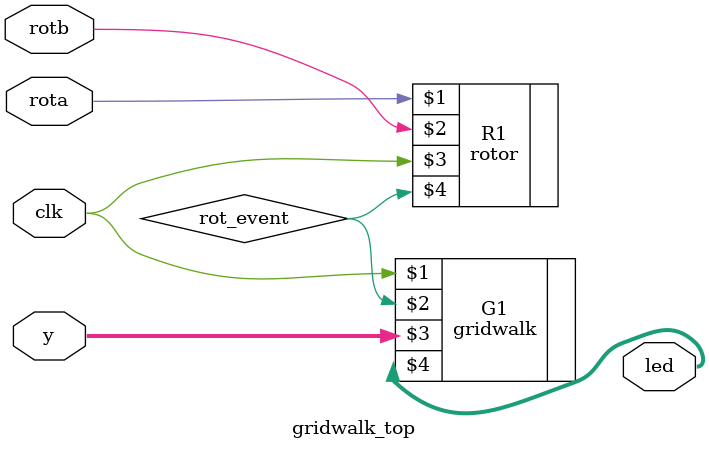
<source format=v>
`timescale 1ns / 1ps
module gridwalk_top(clk, rota, rotb, y, led);

input clk, rota, rotb;
input [3:0] y;
output [7:0] led;
wire [7:0] led;
wire rot_event;

rotor R1(rota, rotb, clk, rot_event);
gridwalk G1(clk, rot_event, y, led);

endmodule

</source>
